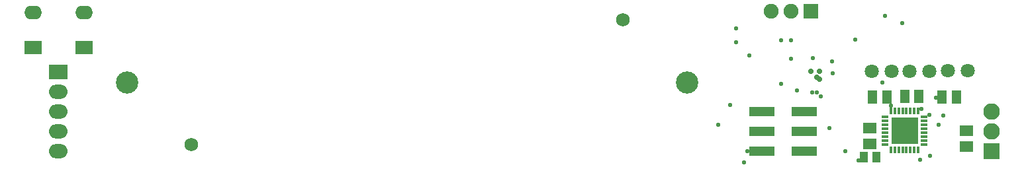
<source format=gbs>
G04 Layer_Color=8150272*
%FSLAX44Y44*%
%MOMM*%
G71*
G01*
G75*
%ADD70R,1.7532X1.4532*%
%ADD75C,2.1082*%
%ADD76R,2.1082X2.1082*%
%ADD77O,2.3622X1.8542*%
%ADD78R,2.3622X1.8542*%
%ADD79R,2.2352X1.7272*%
%ADD80O,2.2352X1.7272*%
%ADD81R,1.9032X1.9032*%
%ADD82C,1.9032*%
%ADD83C,1.7272*%
%ADD84C,2.8448*%
%ADD85C,1.8032*%
%ADD86C,0.5842*%
%ADD87R,3.3600X3.3600*%
%ADD88R,0.3600X0.8600*%
%ADD89R,0.8600X0.3600*%
%ADD90R,3.3032X1.2032*%
%ADD91R,1.0032X1.4532*%
%ADD92R,1.2532X1.6532*%
%ADD93C,0.7032*%
D70*
X1823219Y864706D02*
D03*
Y844206D02*
D03*
X1699521Y847762D02*
D03*
Y868262D02*
D03*
D75*
X1854969Y889000D02*
D03*
Y863600D02*
D03*
D76*
X1854970Y838201D02*
D03*
D77*
X661169Y914400D02*
D03*
Y889000D02*
D03*
Y863600D02*
D03*
Y838200D02*
D03*
D78*
Y939800D02*
D03*
D79*
X629177Y970894D02*
D03*
X694177D02*
D03*
D80*
X629177Y1015894D02*
D03*
X694177D02*
D03*
D81*
X1623675Y1017778D02*
D03*
D82*
X1598275D02*
D03*
X1572875D02*
D03*
D83*
X831222Y846328D02*
D03*
X1383672Y1006348D02*
D03*
D84*
X749053Y926338D02*
D03*
X1465841D02*
D03*
D85*
X1727207Y940816D02*
D03*
X1701807D02*
D03*
X1775213D02*
D03*
X1749813D02*
D03*
X1824743Y941324D02*
D03*
X1799343D02*
D03*
D86*
X1741177Y1002538D02*
D03*
X1719141Y1012190D02*
D03*
X1636526Y908812D02*
D03*
X1631449Y913638D02*
D03*
X1585729Y924560D02*
D03*
X1625861Y913892D02*
D03*
X1647451Y868262D02*
D03*
X1520451Y897636D02*
D03*
X1787405Y872236D02*
D03*
X1783595Y906780D02*
D03*
X1605795Y916432D02*
D03*
X1598325Y956763D02*
D03*
X1505121Y871982D02*
D03*
X1685297Y826770D02*
D03*
X1680979Y981456D02*
D03*
X1598175Y980186D02*
D03*
X1775594Y884885D02*
D03*
X1776229Y832358D02*
D03*
X1793247Y884301D02*
D03*
X1652023Y938276D02*
D03*
X1626369Y957834D02*
D03*
X1651007Y953516D02*
D03*
X1545597Y961136D02*
D03*
X1528325Y978294D02*
D03*
X1715015Y926084D02*
D03*
X1765561Y892048D02*
D03*
X1763783Y827278D02*
D03*
X1538485Y823468D02*
D03*
X1542803Y838454D02*
D03*
X1585957Y980060D02*
D03*
X1668278Y838453D02*
D03*
X1726191Y896366D02*
D03*
X1528211Y995680D02*
D03*
D87*
X1743795Y864616D02*
D03*
D88*
X1761295Y839616D02*
D03*
X1756295D02*
D03*
X1751295D02*
D03*
X1746295D02*
D03*
X1741295D02*
D03*
X1736295D02*
D03*
X1731295D02*
D03*
X1726295D02*
D03*
Y889616D02*
D03*
X1731295D02*
D03*
X1736295D02*
D03*
X1741295D02*
D03*
X1746295D02*
D03*
X1751295D02*
D03*
X1756295D02*
D03*
X1761295D02*
D03*
D89*
X1718795Y847116D02*
D03*
Y852116D02*
D03*
Y857116D02*
D03*
Y862116D02*
D03*
Y867116D02*
D03*
Y872116D02*
D03*
Y877116D02*
D03*
Y882116D02*
D03*
X1768795D02*
D03*
Y877116D02*
D03*
Y872116D02*
D03*
Y867116D02*
D03*
Y862116D02*
D03*
Y857116D02*
D03*
Y852116D02*
D03*
Y847116D02*
D03*
D90*
X1615523Y838453D02*
D03*
Y863853D02*
D03*
Y889253D02*
D03*
X1561524D02*
D03*
Y863853D02*
D03*
Y838453D02*
D03*
D91*
X1708029Y830326D02*
D03*
X1692029D02*
D03*
D92*
X1762365Y908304D02*
D03*
X1743865D02*
D03*
X1791617Y907796D02*
D03*
X1810117D02*
D03*
X1721217Y908050D02*
D03*
X1702717D02*
D03*
D93*
X1623909Y940736D02*
D03*
X1635005Y930736D02*
D03*
Y940736D02*
D03*
X1631957Y932688D02*
D03*
D03*
M02*

</source>
